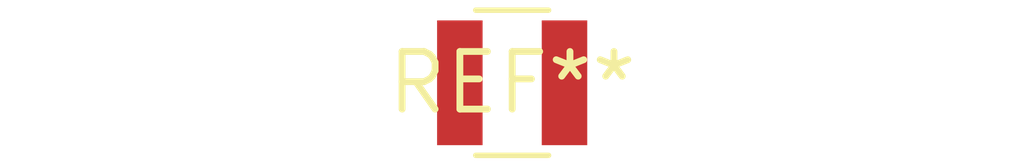
<source format=kicad_pcb>
(kicad_pcb (version 20240108) (generator pcbnew)
  (layers (0 "F.Cu" signal) (31 "B.Cu" signal) (34 "B.Paste" user) (35 "F.Paste" user) (36 "B.SilkS" user "B.Silkscreen") (37 "F.SilkS" user "F.Silkscreen") (38 "B.Mask" user) (39 "F.Mask" user) (44 "Edge.Cuts" user))
  (net 0 "")
  (footprint "L_Abracon_ASPI-3012S" (layer "F.Cu") (at 0 0)
    (property "Reference" "REF**")
    (property "Value" "L_Abracon_ASPI-3012S")
    (fp_line (start -0.8 -1.6) (end 0.8 -1.6) (layer "F.SilkS") (stroke (width 0.12)))
    (fp_line (start -0.8 1.6) (end 0.8 1.6) (layer "F.SilkS") (stroke (width 0.12)))
    (pad "1" smd rect (at -1.15 0) (size 1 2.75) (layers "F.Cu" "F.Paste" "F.Mask"))
    (pad "2" smd rect (at 1.15 0) (size 1 2.75) (layers "F.Cu" "F.Paste" "F.Mask"))
  )
)
</source>
